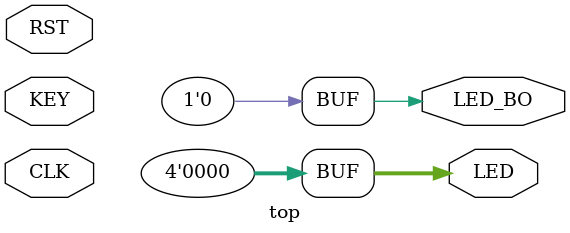
<source format=v>
module top(
  input  wire       RST,
  input  wire       CLK,
  output wire       LED_BO,
  output wire [3:0] LED,
  input  wire [3:0] KEY
  );

  parameter clk1ms_divide_ratio = 50000;

  wire       m_rst;
  wire       m_clk_1ms;
  wire [3:0] m_key;
  wire [3:0] m_pushed;

  assign m_key = ~KEY;
  assign m_rst = m_key[0] | ~RST;

  clock_divider U_CLOCK_1ms(.rst(m_rst), .clk(CLK), .divide(clk1ms_divide_ratio), .clock_out(m_clk_1ms));
  chatter U_KEY_1(.clk(m_clk_1ms), .key(m_key[0]), .pushed(m_pushed[0]));
  chatter U_KEY_2(.clk(m_clk_1ms), .key(m_key[1]), .pushed(m_pushed[1]));
  chatter U_KEY_3(.clk(m_clk_1ms), .key(m_key[2]), .pushed(m_pushed[2]));
  chatter U_KEY_4(.clk(m_clk_1ms), .key(m_key[3]), .pushed(m_pushed[3]));

  assign LED = 4'b0000;
  assign LED_BO = 1'b0;

  /***********
  * TTM4 CPU *
  ***********/

  wire [14:0]  m_INSTRUCTION;
  wire [7:0]   m_PC; // program counter
  wire [3:0]   m_STOREBUS;
  wire [3:0]   m_LOADBUS;
  wire [3:0]   m_COUNTERBUS;
  wire [7:0]   m_SPBUS;
  wire [7:0]   m_OR;
  wire [7:0]   m_IR;
  wire         m_nA_ST;
  wire         m_nB_ST;
  wire         m_nA_OUT;
  wire         m_nB_OUT;
  wire         m_nORU_ST;
  wire         m_nORD_ST;
  wire         m_nJRU_ST;
  wire         m_nJRD_ST;
  wire         m_nIRU_OUT;
  wire         m_nIRD_OUT;
  wire         m_nJRU_OUT;
  wire         m_nJRD_OUT;
  wire [1:0]   m_SEL;
  wire         m_nFA_EN;
  wire         m_nAND_EN;
  wire         m_nOR_EN;
  wire         m_nXOR_EN;
  wire         m_Z_FLAG;
  wire         m_C_FLAG;
  wire         m_nOE;
  wire         m_nWE;
  wire         m_nSK_EN;
  wire         m_SP_D_nU;
  wire         m_nPC_LD;
  wire         m_SPC;
  wire         m_nPC_OPEN;

  REGISTERS U_REGISTERS(
    .RST(m_rst),
    .CLK(CLK),
    .nPC_LD(m_nPC_LD),
    .nPC_OPEN(m_nPC_OPEN),
    .nJRD_ST(m_nJRD_ST),
    .nJRU_ST(m_nJRU_ST),
    .nORD_ST(m_nORD_ST),
    .nORU_ST(m_nORU_ST),
    .nJRD_OUT(m_nJRD_OUT),
    .nJRU_OUT(m_nJRU_OUT),
    .nIRD_OUT(m_nIRD_OUT),
    .nIRU_OUT(m_nIRU_OUT),
    .PA(m_PC),
    .LOADBUS(m_LOADBUS),
    .STOREBUS_JP1(m_STOREBUS),
    .STOREBUS_JP2(m_STOREBUS),
    .STOREBUS_OR1(m_STOREBUS),
    .STOREBUS_OR2(m_STOREBUS),
    .OR(m_OR),
    .IR(m_IR)
  );

  MEMORY U_MEMORY_BLOCK(
    .CLK(CLK),
    .IM(m_INSTRUCTION[3:0]),
    .LR(m_INSTRUCTION[6:4]),
    .SR(m_INSTRUCTION[9:7]),
    .OP(m_INSTRUCTION[14:10]),
    .nOE(m_nOE),
    .nWE(m_nWE),
    .ADD(m_PC)
  );

  INSTRUCTION_DECODER U_INSTRUCTION_DECODER(
    .CLK(CLK),
    .Z_FLAG(m_Z_FLAG),
    .C_FLAG(m_C_FLAG),
    .LR(m_INSTRUCTION[6:4]),
    .SR(m_INSTRUCTION[9:7]),
    .OP(m_INSTRUCTION[14:10]),
    .nA_OUT(m_nA_OUT),
    .nB_OUT(m_nB_OUT),
    .nIRU_OUT(m_nIRU_OUT),
    .nIRD_OUT(m_nIRD_OUT),
    .nJRU_OUT(m_nJRU_OUT),
    .nJRD_OUT(m_nJRD_OUT),
    .nA_ST(m_nA_ST),
    .nB_ST(m_nB_ST),
    .nORU_ST(m_nORU_ST),
    .nORD_ST(m_nORD_ST),
    .nJRU_ST(m_nJRU_ST),
    .nJRD_ST(m_nJRD_ST),
    .SEL(m_SEL),
    .nFA_EN(m_nFA_EN),
    .nAND_EN(m_nAND_EN),
    .nOR_EN(m_nOR_EN),
    .nXOR_EN(m_nXOR_EN),
    .nSK_EN(m_nSK_EN),
    .SP_D_nU(m_SP_D_nU),
    .nPC_LD(m_nPC_LD),
    .SPC(m_SPC)
  );

  SP U_STACK_POINTER(
    .RST(m_rst),
    .CLK(CLK),
    .nSK_EN(m_nSK_EN),
    .SP_D_nU(m_SP_D_nU),
    .SPC(m_SPC),
    .SP(m_SPBUS),
    .STOREBUS(m_STOREBUS)
  );

  REGISTER_A U_REGSITERA(
    .RST(m_rst),
    .CLK(CLK),
    .nA_ST(m_nA_ST),
    .nA_OUT(m_nA_OUT),
    .STOREDATA(m_STOREBUS),
    .LOADDATA(m_LOADBUS)
  );

  REGISTER_B U_REGSITERB(
    .RST(m_rst),
    .CLK(CLK),
    .nB_ST(m_nB_ST),
    .nB_OUT(m_nB_OUT),
    .STOREDATA(m_STOREBUS),
    .LOADDATA(m_LOADBUS),
    .COUNTER(m_COUNTERBUS)
  );

  ALU U_ALU(
    .RST(m_rst),
    .CLK(CLK),
    .X(m_LOADBUS),
    .Y(m_COUNTERBUS),
    .SEL(m_SEL),
    .nFA_EN(m_nFA_EN),
    .nAND_EN(m_nAND_EN),
    .nOR_EN(m_nOR_EN),
    .nXOR_EN(m_nXOR_EN),
    .Z_FLAG(m_Z_FLAG),
    .C_FLAG(m_C_FLAG),
    .STOREDATA(m_STOREBUS)
  );

endmodule // top

</source>
